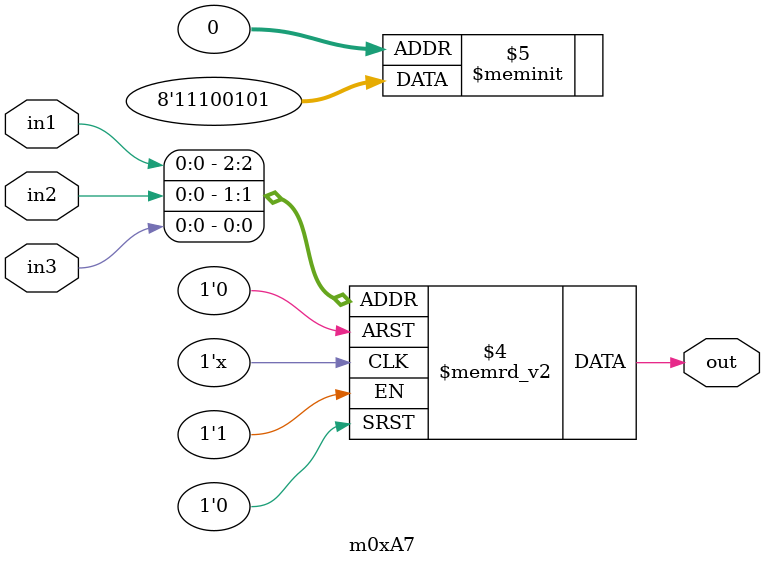
<source format=v>
module m0xA7(output out, input in1, in2, in3);

   always @(in1, in2, in3)
     begin
        case({in1, in2, in3})
          3'b000: {out} = 1'b1;
          3'b001: {out} = 1'b0;
          3'b010: {out} = 1'b1;
          3'b011: {out} = 1'b0;
          3'b100: {out} = 1'b0;
          3'b101: {out} = 1'b1;
          3'b110: {out} = 1'b1;
          3'b111: {out} = 1'b1;
        endcase // case ({in1, in2, in3})
     end // always @ (in1, in2, in3)

endmodule // m0xA7
</source>
